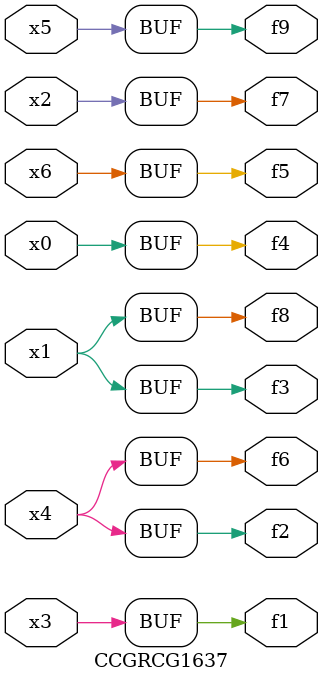
<source format=v>
module CCGRCG1637(
	input x0, x1, x2, x3, x4, x5, x6,
	output f1, f2, f3, f4, f5, f6, f7, f8, f9
);
	assign f1 = x3;
	assign f2 = x4;
	assign f3 = x1;
	assign f4 = x0;
	assign f5 = x6;
	assign f6 = x4;
	assign f7 = x2;
	assign f8 = x1;
	assign f9 = x5;
endmodule

</source>
